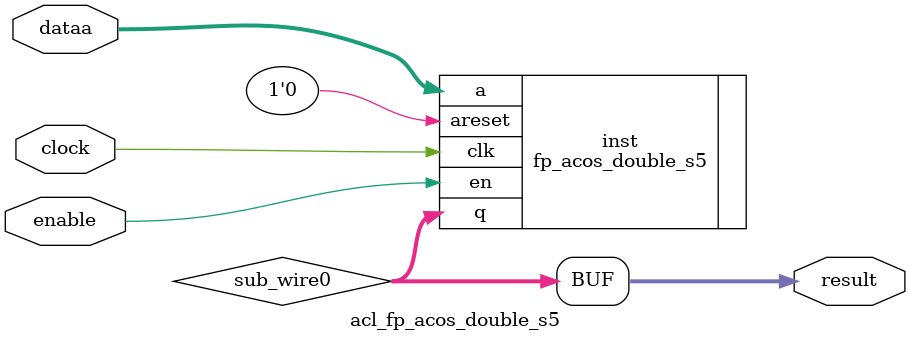
<source format=v>
`timescale 1 ps / 1 ps
module acl_fp_acos_double_s5 (
	enable,
	clock,
	dataa,
	result);

	input	  enable;
	input	  clock;
	input	[63:0]  dataa;
	output	[63:0]  result;

	wire [63:0] sub_wire0;
	wire [63:0] result = sub_wire0[63:0];

  fp_acos_double_s5 inst(
        .a(dataa),
        .en(enable),
        .q(sub_wire0),
        .clk(clock),
        .areset(1'b0)
        );

endmodule

</source>
